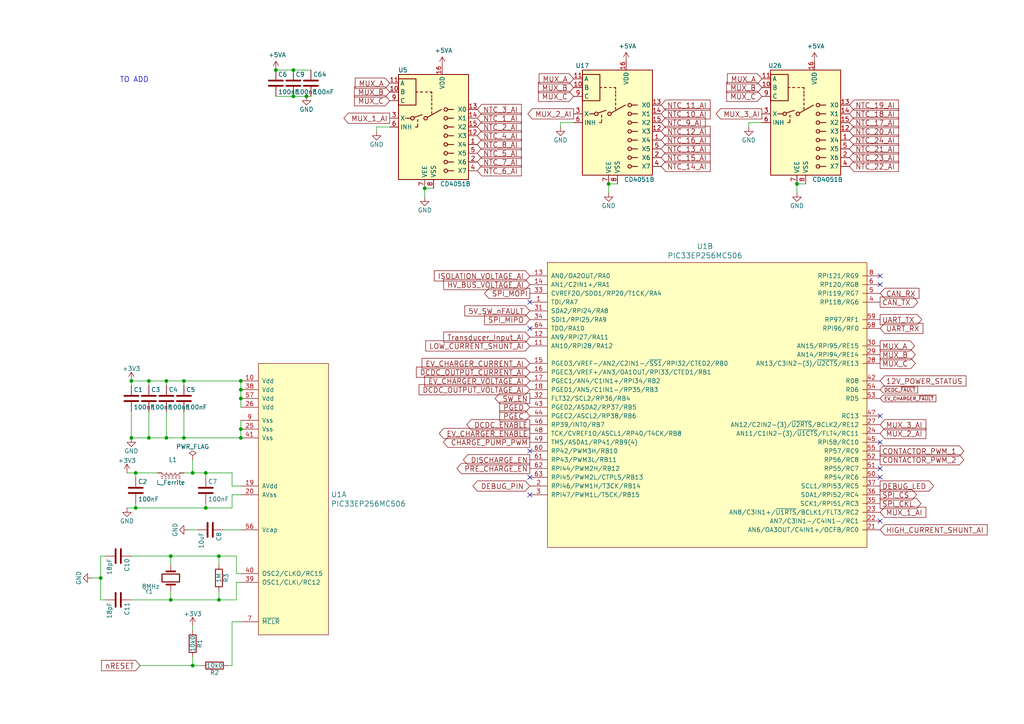
<source format=kicad_sch>
(kicad_sch (version 20211123) (generator eeschema)
  (paper "A4")
  (lib_symbols
    (symbol "Analog_Switch:CD4051B"
      (property "Reference" "U" (at -10.16 16.51 0))
      (property "Value" "CD4051B" (at 3.81 16.51 0))
      (symbol "CD4051B_0_1"
        (rectangle (start -10.16 6.35) (end -5.08 13.97) (stroke (width 0.254)))
        (rectangle (start -10.16 15.24) (end 10.16 -15.24) (stroke (width 0.254)) (fill (type background)))
        (circle (center -6.096 2.54) (radius 0.508) (stroke (width 0.254)))
        (circle (center -2.286 2.54) (radius 0.508) (stroke (width 0.254)))
        (polyline (pts (xy -8.128 2.54) (xy -6.604 2.54)) (stroke (width 0.254)))
        (polyline (pts (xy -5.588 2.794) (xy -3.302 3.556)) (stroke (width 0.254)))
        (polyline (pts (xy -4.572 0) (xy -5.207 0)) (stroke (width 0.254)))
        (polyline (pts (xy -4.572 0.254) (xy -4.572 0.889)) (stroke (width 0.254)))
        (polyline (pts (xy -4.572 1.524) (xy -4.572 2.159)) (stroke (width 0.254)))
        (polyline (pts (xy -4.572 10.16) (xy -5.08 10.16)) (stroke (width 0.254)))
        (polyline (pts (xy -3.81 10.16) (xy -3.175 10.16)) (stroke (width 0.254)))
        (polyline (pts (xy -1.778 2.794) (xy 2.286 5.08)) (stroke (width 0.254)))
        (polyline (pts (xy -1.778 10.16) (xy -2.286 10.16)) (stroke (width 0.254)))
        (polyline (pts (xy -0.508 3.81) (xy -0.508 4.445)) (stroke (width 0.254)))
        (polyline (pts (xy -0.508 5.08) (xy -0.508 5.715)) (stroke (width 0.254)))
        (polyline (pts (xy -0.508 6.35) (xy -0.508 6.985)) (stroke (width 0.254)))
        (polyline (pts (xy -0.508 7.62) (xy -0.508 8.255)) (stroke (width 0.254)))
        (polyline (pts (xy -0.508 8.636) (xy -0.508 9.144)) (stroke (width 0.254)))
        (polyline (pts (xy -0.508 9.652) (xy -0.508 10.16)) (stroke (width 0.254)))
        (polyline (pts (xy -0.508 10.16) (xy -1.016 10.16)) (stroke (width 0.254)))
        (polyline (pts (xy 4.064 -12.7) (xy 5.842 -12.7)) (stroke (width 0.254)))
        (polyline (pts (xy 4.064 -10.16) (xy 5.842 -10.16)) (stroke (width 0.254)))
        (polyline (pts (xy 4.064 -7.62) (xy 5.842 -7.62)) (stroke (width 0.254)))
        (polyline (pts (xy 4.064 -5.08) (xy 5.842 -5.08)) (stroke (width 0.254)))
        (polyline (pts (xy 4.064 -2.54) (xy 5.842 -2.54)) (stroke (width 0.254)))
        (polyline (pts (xy 4.064 0) (xy 5.842 0)) (stroke (width 0.254)))
        (polyline (pts (xy 4.064 2.54) (xy 5.842 2.54)) (stroke (width 0.254)))
        (polyline (pts (xy 4.064 5.08) (xy 5.842 5.08)) (stroke (width 0.254)))
        (circle (center 3.556 -12.7) (radius 0.508) (stroke (width 0.254)))
        (circle (center 3.556 -10.16) (radius 0.508) (stroke (width 0.254)))
        (circle (center 3.556 -7.62) (radius 0.508) (stroke (width 0.254)))
        (circle (center 3.556 -5.08) (radius 0.508) (stroke (width 0.254)))
        (circle (center 3.556 -2.54) (radius 0.508) (stroke (width 0.254)))
        (circle (center 3.556 0) (radius 0.508) (stroke (width 0.254)))
        (circle (center 3.556 2.54) (radius 0.508) (stroke (width 0.254)))
        (circle (center 3.556 5.08) (radius 0.508) (stroke (width 0.254)))
      )
      (symbol "CD4051B_1_1"
        (pin bidirectional line (at 12.7 -5.08 180) (length 2.54) (name "X4") (number "1"))
        (pin input line (at -12.7 10.16 0) (length 2.54) (name "B") (number "10"))
        (pin input line (at -12.7 12.7 0) (length 2.54) (name "A") (number "11"))
        (pin bidirectional line (at 12.7 -2.54 180) (length 2.54) (name "X3") (number "12"))
        (pin bidirectional line (at 12.7 5.08 180) (length 2.54) (name "X0") (number "13"))
        (pin bidirectional line (at 12.7 2.54 180) (length 2.54) (name "X1") (number "14"))
        (pin bidirectional line (at 12.7 0 180) (length 2.54) (name "X2") (number "15"))
        (pin power_in line (at 2.54 17.78 270) (length 2.54) (name "VDD") (number "16"))
        (pin bidirectional line (at 12.7 -10.16 180) (length 2.54) (name "X6") (number "2"))
        (pin bidirectional line (at -12.7 2.54 0) (length 2.54) (name "X") (number "3"))
        (pin bidirectional line (at 12.7 -12.7 180) (length 2.54) (name "X7") (number "4"))
        (pin bidirectional line (at 12.7 -7.62 180) (length 2.54) (name "X5") (number "5"))
        (pin input line (at -12.7 0 0) (length 2.54) (name "INH") (number "6"))
        (pin power_in line (at -2.54 -17.78 90) (length 2.54) (name "VEE") (number "7"))
        (pin power_in line (at 0 -17.78 90) (length 2.54) (name "VSS") (number "8"))
        (pin input line (at -12.7 7.62 0) (length 2.54) (name "C") (number "9"))
      )
    )
    (symbol "Device:C" (pin_numbers hide) (pin_names (offset 0.254))
      (property "Reference" "C" (at 0.635 2.54 0))
      (property "Value" "C" (at 0.635 -2.54 0))
      (symbol "C_0_1"
        (polyline (pts (xy -2.032 -0.762) (xy 2.032 -0.762)) (stroke (width 0.508)))
        (polyline (pts (xy -2.032 0.762) (xy 2.032 0.762)) (stroke (width 0.508)))
      )
      (symbol "C_1_1"
        (pin passive line (at 0 3.81 270) (length 2.794) (name "~") (number "1"))
        (pin passive line (at 0 -3.81 90) (length 2.794) (name "~") (number "2"))
      )
    )
    (symbol "Device:Crystal" (pin_numbers hide) (pin_names (offset 1.016) hide)
      (property "Reference" "Y" (at 0 3.81 0))
      (property "Value" "Crystal" (at 0 -3.81 0))
      (symbol "Crystal_0_1"
        (rectangle (start -1.143 2.54) (end 1.143 -2.54) (stroke (width 0.3048)))
        (polyline (pts (xy -2.54 0) (xy -1.905 0)))
        (polyline (pts (xy -1.905 -1.27) (xy -1.905 1.27)) (stroke (width 0.508)))
        (polyline (pts (xy 1.905 -1.27) (xy 1.905 1.27)) (stroke (width 0.508)))
        (polyline (pts (xy 2.54 0) (xy 1.905 0)))
      )
      (symbol "Crystal_1_1"
        (pin passive line (at -3.81 0 0) (length 1.27) (name "1") (number "1"))
        (pin passive line (at 3.81 0 180) (length 1.27) (name "2") (number "2"))
      )
    )
    (symbol "Device:L_Ferrite" (pin_numbers hide) (pin_names (offset 1.016) hide)
      (property "Reference" "L" (at -1.27 0 90))
      (property "Value" "L_Ferrite" (at 2.794 0 90))
      (symbol "L_Ferrite_0_1"
        (arc (start 0 -2.54) (mid 0.635 -1.905) (end 0 -1.27))
        (arc (start 0 -1.27) (mid 0.635 -0.635) (end 0 0))
        (polyline (pts (xy 1.016 -2.794) (xy 1.016 -2.286)))
        (polyline (pts (xy 1.016 -1.778) (xy 1.016 -1.27)))
        (polyline (pts (xy 1.016 -0.762) (xy 1.016 -0.254)))
        (polyline (pts (xy 1.016 0.254) (xy 1.016 0.762)))
        (polyline (pts (xy 1.016 1.27) (xy 1.016 1.778)))
        (polyline (pts (xy 1.016 2.286) (xy 1.016 2.794)))
        (polyline (pts (xy 1.524 -2.286) (xy 1.524 -2.794)))
        (polyline (pts (xy 1.524 -1.27) (xy 1.524 -1.778)))
        (polyline (pts (xy 1.524 -0.254) (xy 1.524 -0.762)))
        (polyline (pts (xy 1.524 0.762) (xy 1.524 0.254)))
        (polyline (pts (xy 1.524 1.778) (xy 1.524 1.27)))
        (polyline (pts (xy 1.524 2.794) (xy 1.524 2.286)))
        (arc (start 0 0) (mid 0.635 0.635) (end 0 1.27))
        (arc (start 0 1.27) (mid 0.635 1.905) (end 0 2.54))
      )
      (symbol "L_Ferrite_1_1"
        (pin passive line (at 0 3.81 270) (length 1.27) (name "1") (number "1"))
        (pin passive line (at 0 -3.81 90) (length 1.27) (name "2") (number "2"))
      )
    )
    (symbol "Device:R" (pin_numbers hide) (pin_names (offset 0))
      (property "Reference" "R" (at 2.032 0 90))
      (property "Value" "R" (at 0 0 90))
      (symbol "R_0_1"
        (rectangle (start -1.016 -2.54) (end 1.016 2.54) (stroke (width 0.254)))
      )
      (symbol "R_1_1"
        (pin passive line (at 0 3.81 270) (length 1.27) (name "~") (number "1"))
        (pin passive line (at 0 -3.81 90) (length 1.27) (name "~") (number "2"))
      )
    )
    (symbol "micros:PIC33EP256MC506" (pin_names (offset 1.016))
      (property "Reference" "U" (at 33.02 -33.02 0))
      (property "Value" "PIC33EP256MC506" (at 17.78 -33.02 0))
      (symbol "PIC33EP256MC506_1_1"
        (rectangle (start 7.62 46.99) (end 27.94 -31.75) (fill (type background)))
        (pin power_in line (at 2.54 41.91 0) (length 5.08) (name "Vdd") (number "10"))
        (pin power_in line (at 2.54 11.43 0) (length 5.08) (name "AVdd") (number "19"))
        (pin power_in line (at 2.54 8.89 0) (length 5.08) (name "AVss") (number "20"))
        (pin power_in line (at 2.54 27.94 0) (length 5.08) (name "Vss") (number "25"))
        (pin power_in line (at 2.54 34.29 0) (length 5.08) (name "Vdd") (number "26"))
        (pin power_in line (at 2.54 39.37 0) (length 5.08) (name "Vdd") (number "38"))
        (pin bidirectional line (at 2.54 -16.51 0) (length 5.08) (name "OSC1/CLKI/RC12") (number "39"))
        (pin bidirectional line (at 2.54 -13.97 0) (length 5.08) (name "OSC2/CLKO/RC15") (number "40"))
        (pin power_in line (at 2.54 25.4 0) (length 5.08) (name "Vss") (number "41"))
        (pin input line (at 2.54 -1.27 0) (length 5.08) (name "Vcap") (number "56"))
        (pin power_in line (at 2.54 36.83 0) (length 5.08) (name "Vdd") (number "57"))
        (pin input line (at 2.54 -27.94 0) (length 5.08) (name "~{MCLR}") (number "7"))
        (pin power_in line (at 2.54 30.48 0) (length 5.08) (name "Vss") (number "9"))
      )
      (symbol "PIC33EP256MC506_2_1"
        (rectangle (start -30.48 50.8) (end 62.23 -31.75) (fill (type background)))
        (pin bidirectional line (at -35.56 39.37 0) (length 5.08) (name "TDI/RA7") (number "1"))
        (pin bidirectional line (at -35.56 26.67 0) (length 5.08) (name "AN10/RPI28/RA12") (number "11"))
        (pin bidirectional line (at -35.56 29.21 0) (length 5.08) (name "AN9/RPI27/RA11") (number "12"))
        (pin bidirectional line (at -35.56 46.99 0) (length 5.08) (name "AN0/OA2OUT/RA0") (number "13"))
        (pin bidirectional line (at -35.56 44.45 0) (length 5.08) (name "AN1/C2IN1+/RA1") (number "14"))
        (pin bidirectional line (at -35.56 21.59 0) (length 5.08) (name "PGED3/VREF-/AN2/C2IN1-/~{SS1}/RPI32/CTED2/RB0") (number "15"))
        (pin bidirectional line (at -35.56 19.05 0) (length 5.08) (name "PGEC3/VREF+/AN3/OA1OUT/RPI33/CTED1/RB1") (number "16"))
        (pin bidirectional line (at -35.56 16.51 0) (length 5.08) (name "PGEC1/AN4/C1IN1+/RPI34/RB2") (number "17"))
        (pin bidirectional line (at -35.56 13.97 0) (length 5.08) (name "PGED1/AN5/C1IN1-/RP35/RB3") (number "18"))
        (pin bidirectional line (at -35.56 -13.97 0) (length 5.08) (name "RPI46/PWM1H/T3CK/RB14") (number "2"))
        (pin bidirectional line (at 66.04 -26.67 180) (length 5.08) (name "AN6/OA3OUT/C4IN1+/OCFB/RC0") (number "21"))
        (pin bidirectional line (at 66.04 -24.13 180) (length 5.08) (name "AN7/C3IN1-/C4IN1-/RC1") (number "22"))
        (pin bidirectional line (at 66.04 -21.59 180) (length 5.08) (name "AN8/C3IN1+/~{U1RTS}/BCLK1/FLT3/RC2") (number "23"))
        (pin bidirectional line (at 66.04 1.27 180) (length 5.08) (name "AN11/C1IN2-(3)/~{U1CTS}/FLT4/RC11") (number "24"))
        (pin bidirectional line (at 66.04 3.81 180) (length 5.08) (name "AN12/C2IN2-(3)/~{U2RTS}/BCLK2/RE12") (number "27"))
        (pin bidirectional line (at 66.04 21.59 180) (length 5.08) (name "AN13/C3IN2-(3)/~{U2CTS}/RE13") (number "28"))
        (pin bidirectional line (at 66.04 24.13 180) (length 5.08) (name "AN14/RPI94/RE14") (number "29"))
        (pin bidirectional line (at -35.56 -16.51 0) (length 5.08) (name "RPI47/PWM1L/T5CK/RB15") (number "3"))
        (pin bidirectional line (at 66.04 26.67 180) (length 5.08) (name "AN15/RPI95/RE15") (number "30"))
        (pin bidirectional line (at -35.56 36.83 0) (length 5.08) (name "SDA2/RPI24/RA8") (number "31"))
        (pin bidirectional line (at -35.56 11.43 0) (length 5.08) (name "FLT32/SCL2/RP36/RB4") (number "32"))
        (pin bidirectional line (at -35.56 41.91 0) (length 5.08) (name "CVREF2O/SDO1/RP20/T1CK/RA4") (number "33"))
        (pin bidirectional line (at -35.56 34.29 0) (length 5.08) (name "SDI1/RPI25/RA9") (number "34"))
        (pin bidirectional line (at 66.04 -19.05 180) (length 5.08) (name "SCK1/RPI51/RC3") (number "35"))
        (pin bidirectional line (at 66.04 -16.51 180) (length 5.08) (name "SDA1/RPI52/RC4") (number "36"))
        (pin bidirectional line (at 66.04 -13.97 180) (length 5.08) (name "SCL1/RPI53/RC5") (number "37"))
        (pin bidirectional line (at 66.04 39.37 180) (length 5.08) (name "RP118/RG6") (number "4"))
        (pin bidirectional line (at 66.04 16.51 180) (length 5.08) (name "RD8") (number "42"))
        (pin bidirectional line (at -35.56 8.89 0) (length 5.08) (name "PGED2/ASDA2/RP37/RB5") (number "43"))
        (pin bidirectional line (at -35.56 6.35 0) (length 5.08) (name "PGEC2/ASCL2/RP38/RB6") (number "44"))
        (pin bidirectional line (at 66.04 -1.27 180) (length 5.08) (name "RPI58/RC10") (number "45"))
        (pin bidirectional line (at -35.56 3.81 0) (length 5.08) (name "RP39/INT0/RB7") (number "46"))
        (pin bidirectional line (at 66.04 6.35 180) (length 5.08) (name "RC13") (number "47"))
        (pin bidirectional line (at -35.56 1.27 0) (length 5.08) (name "TCK/CVREF1O/ASCL1/RP40/T4CK/RB8") (number "48"))
        (pin bidirectional line (at -35.56 -1.27 0) (length 5.08) (name "TMS/ASDA1/RP41/RB9(4)") (number "49"))
        (pin bidirectional line (at 66.04 41.91 180) (length 5.08) (name "RPI119/RG7") (number "5"))
        (pin bidirectional line (at 66.04 -11.43 180) (length 5.08) (name "RP54/RC6") (number "50"))
        (pin bidirectional line (at 66.04 -8.89 180) (length 5.08) (name "RP55/RC7") (number "51"))
        (pin bidirectional line (at 66.04 -6.35 180) (length 5.08) (name "RP56/RC8") (number "52"))
        (pin bidirectional line (at 66.04 11.43 180) (length 5.08) (name "RD5") (number "53"))
        (pin bidirectional line (at 66.04 13.97 180) (length 5.08) (name "RD6") (number "54"))
        (pin bidirectional line (at 66.04 -3.81 180) (length 5.08) (name "RP57/RC9") (number "55"))
        (pin bidirectional line (at 66.04 31.75 180) (length 5.08) (name "RPI96/RF0") (number "58"))
        (pin bidirectional line (at 66.04 34.29 180) (length 5.08) (name "RP97/RF1") (number "59"))
        (pin bidirectional line (at 66.04 44.45 180) (length 5.08) (name "RP120/RG8") (number "6"))
        (pin bidirectional line (at -35.56 -3.81 0) (length 5.08) (name "RP42/PWM3H/RB10") (number "60"))
        (pin bidirectional line (at -35.56 -6.35 0) (length 5.08) (name "RP43/PWM3L/RB11") (number "61"))
        (pin bidirectional line (at -35.56 -8.89 0) (length 5.08) (name "RPI44/PWM2H/RB12") (number "62"))
        (pin bidirectional line (at -35.56 -11.43 0) (length 5.08) (name "RPI45/PWM2L/CTPLS/RB13") (number "63"))
        (pin bidirectional line (at -35.56 31.75 0) (length 5.08) (name "TDO/RA10") (number "64"))
        (pin bidirectional line (at 66.04 46.99 180) (length 5.08) (name "RPI121/RG9") (number "8"))
      )
    )
    (symbol "power:+3V3" (power) (pin_names (offset 0))
      (property "Value" "+3V3" (at 0 3.556 0))
      (symbol "+3V3_0_1"
        (polyline (pts (xy -0.762 1.27) (xy 0 2.54)))
        (polyline (pts (xy 0 0) (xy 0 2.54)))
        (polyline (pts (xy 0 2.54) (xy 0.762 1.27)))
      )
      (symbol "+3V3_1_1"
        (pin power_in line (at 0 0 90) (length 0) hide (name "+3V3") (number "1"))
      )
    )
    (symbol "power:+5VA" (power) (pin_names (offset 0))
      (property "Value" "+5VA" (at 0 3.556 0))
      (symbol "+5VA_0_1"
        (polyline (pts (xy -0.762 1.27) (xy 0 2.54)))
        (polyline (pts (xy 0 0) (xy 0 2.54)))
        (polyline (pts (xy 0 2.54) (xy 0.762 1.27)))
      )
      (symbol "+5VA_1_1"
        (pin power_in line (at 0 0 90) (length 0) hide (name "+5VA") (number "1"))
      )
    )
    (symbol "power:GND" (power) (pin_names (offset 0))
      (property "Value" "GND" (at 0 -3.81 0))
      (symbol "GND_0_1"
        (polyline (pts (xy 0 0) (xy 0 -1.27) (xy 1.27 -1.27) (xy 0 -2.54) (xy -1.27 -1.27) (xy 0 -1.27)))
      )
      (symbol "GND_1_1"
        (pin power_in line (at 0 0 270) (length 0) hide (name "GND") (number "1"))
      )
    )
    (symbol "power:PWR_FLAG" (power) (pin_numbers hide) (pin_names (offset 0) hide)
      (property "Value" "PWR_FLAG" (at 0 3.81 0))
      (symbol "PWR_FLAG_0_0"
        (pin power_out line (at 0 0 90) (length 0) (name "pwr") (number "1"))
      )
      (symbol "PWR_FLAG_0_1"
        (polyline (pts (xy 0 0) (xy 0 1.27) (xy -1.016 1.905) (xy 0 2.54) (xy 1.016 1.905) (xy 0 1.27)))
      )
    )
  )
  (junction (at 88.9 27.94))
  (junction (at 85.09 20.32))
  (junction (at 39.37 147.32))
  (junction (at 48.26 127))
  (junction (at 39.37 137.16))
  (junction (at 63.5 161.29))
  (junction (at 49.53 161.29))
  (junction (at 38.1 127))
  (junction (at 69.85 124.46))
  (junction (at 53.34 110.49))
  (junction (at 29.21 167.64))
  (junction (at 49.53 173.99))
  (junction (at 176.53 53.34))
  (junction (at 85.09 27.94))
  (junction (at 38.1 110.49))
  (junction (at 43.18 127))
  (junction (at 59.69 147.32))
  (junction (at 69.85 113.03))
  (junction (at 55.88 137.16))
  (junction (at 231.14 53.34))
  (junction (at 48.26 110.49))
  (junction (at 69.85 127))
  (junction (at 69.85 115.57))
  (junction (at 63.5 173.99))
  (junction (at 43.18 110.49))
  (junction (at 123.19 54.61))
  (junction (at 59.69 137.16))
  (junction (at 80.01 20.32))
  (junction (at 53.34 127))
  (junction (at 55.88 193.04))
  (junction (at 69.85 110.49))
  (no_connect (at 153.67 138.43))
  (no_connect (at 255.27 120.65))
  (no_connect (at 255.27 128.27))
  (no_connect (at 255.27 138.43))
  (no_connect (at 153.67 87.63))
  (no_connect (at 255.27 135.89))
  (no_connect (at 255.27 82.55))
  (no_connect (at 153.67 130.81))
  (no_connect (at 153.67 95.25))
  (no_connect (at 255.27 80.01))
  (no_connect (at 153.67 143.51))
  (no_connect (at 255.27 151.13))
  (wire (pts (xy 231.14 53.34) (xy 231.14 55.88)))
  (wire (pts (xy 48.26 110.49) (xy 53.34 110.49)))
  (wire (pts (xy 69.85 115.57) (xy 69.85 118.11)))
  (wire (pts (xy 67.31 143.51) (xy 69.85 143.51)))
  (wire (pts (xy 63.5 173.99) (xy 49.53 173.99)))
  (wire (pts (xy 36.83 147.32) (xy 39.37 147.32)))
  (wire (pts (xy 68.58 173.99) (xy 68.58 168.91)))
  (wire (pts (xy 69.85 127) (xy 69.85 124.46)))
  (wire (pts (xy 59.69 146.05) (xy 59.69 147.32)))
  (wire (pts (xy 40.64 193.04) (xy 55.88 193.04)))
  (wire (pts (xy 38.1 127) (xy 43.18 127)))
  (wire (pts (xy 67.31 140.97) (xy 69.85 140.97)))
  (wire (pts (xy 49.53 171.45) (xy 49.53 173.99)))
  (wire (pts (xy 68.58 168.91) (xy 69.85 168.91)))
  (wire (pts (xy 80.01 27.94) (xy 85.09 27.94)))
  (wire (pts (xy 233.68 53.34) (xy 231.14 53.34)))
  (wire (pts (xy 53.34 110.49) (xy 69.85 110.49)))
  (wire (pts (xy 43.18 127) (xy 48.26 127)))
  (wire (pts (xy 29.21 167.64) (xy 29.21 173.99)))
  (wire (pts (xy 63.5 163.83) (xy 63.5 161.29)))
  (wire (pts (xy 38.1 119.38) (xy 38.1 127)))
  (wire (pts (xy 176.53 53.34) (xy 176.53 55.88)))
  (wire (pts (xy 53.34 127) (xy 69.85 127)))
  (wire (pts (xy 166.37 35.56) (xy 162.56 35.56)))
  (wire (pts (xy 90.17 20.32) (xy 85.09 20.32)))
  (wire (pts (xy 38.1 110.49) (xy 43.18 110.49)))
  (wire (pts (xy 88.9 27.94) (xy 90.17 27.94)))
  (wire (pts (xy 68.58 173.99) (xy 63.5 173.99)))
  (wire (pts (xy 68.58 166.37) (xy 69.85 166.37)))
  (wire (pts (xy 67.31 193.04) (xy 66.04 193.04)))
  (wire (pts (xy 29.21 161.29) (xy 30.48 161.29)))
  (wire (pts (xy 109.22 36.83) (xy 109.22 38.1)))
  (wire (pts (xy 67.31 180.34) (xy 67.31 193.04)))
  (wire (pts (xy 43.18 110.49) (xy 48.26 110.49)))
  (wire (pts (xy 69.85 110.49) (xy 69.85 113.03)))
  (wire (pts (xy 48.26 127) (xy 53.34 127)))
  (wire (pts (xy 68.58 161.29) (xy 63.5 161.29)))
  (wire (pts (xy 26.67 167.64) (xy 29.21 167.64)))
  (wire (pts (xy 48.26 119.38) (xy 48.26 127)))
  (wire (pts (xy 68.58 161.29) (xy 68.58 166.37)))
  (wire (pts (xy 179.07 53.34) (xy 176.53 53.34)))
  (wire (pts (xy 63.5 171.45) (xy 63.5 173.99)))
  (wire (pts (xy 123.19 54.61) (xy 123.19 57.15)))
  (wire (pts (xy 36.83 137.16) (xy 39.37 137.16)))
  (wire (pts (xy 85.09 27.94) (xy 88.9 27.94)))
  (wire (pts (xy 85.09 20.32) (xy 80.01 20.32)))
  (wire (pts (xy 55.88 133.35) (xy 55.88 137.16)))
  (wire (pts (xy 53.34 119.38) (xy 53.34 127)))
  (wire (pts (xy 69.85 180.34) (xy 67.31 180.34)))
  (wire (pts (xy 59.69 147.32) (xy 67.31 147.32)))
  (wire (pts (xy 113.03 36.83) (xy 109.22 36.83)))
  (wire (pts (xy 64.77 153.67) (xy 69.85 153.67)))
  (wire (pts (xy 69.85 113.03) (xy 69.85 115.57)))
  (wire (pts (xy 63.5 161.29) (xy 49.53 161.29)))
  (wire (pts (xy 59.69 137.16) (xy 67.31 137.16)))
  (wire (pts (xy 67.31 147.32) (xy 67.31 143.51)))
  (wire (pts (xy 55.88 193.04) (xy 58.42 193.04)))
  (wire (pts (xy 39.37 147.32) (xy 59.69 147.32)))
  (wire (pts (xy 49.53 161.29) (xy 38.1 161.29)))
  (wire (pts (xy 29.21 161.29) (xy 29.21 167.64)))
  (wire (pts (xy 57.15 153.67) (xy 54.61 153.67)))
  (wire (pts (xy 59.69 138.43) (xy 59.69 137.16)))
  (wire (pts (xy 217.17 35.56) (xy 217.17 36.83)))
  (wire (pts (xy 55.88 181.61) (xy 55.88 182.88)))
  (wire (pts (xy 55.88 193.04) (xy 55.88 190.5)))
  (wire (pts (xy 39.37 137.16) (xy 45.72 137.16)))
  (wire (pts (xy 49.53 163.83) (xy 49.53 161.29)))
  (wire (pts (xy 162.56 35.56) (xy 162.56 36.83)))
  (wire (pts (xy 69.85 124.46) (xy 69.85 121.92)))
  (wire (pts (xy 38.1 110.49) (xy 38.1 111.76)))
  (wire (pts (xy 217.17 35.56) (xy 220.98 35.56)))
  (wire (pts (xy 39.37 147.32) (xy 39.37 146.05)))
  (wire (pts (xy 67.31 137.16) (xy 67.31 140.97)))
  (wire (pts (xy 49.53 173.99) (xy 38.1 173.99)))
  (wire (pts (xy 48.26 111.76) (xy 48.26 110.49)))
  (wire (pts (xy 53.34 111.76) (xy 53.34 110.49)))
  (wire (pts (xy 125.73 54.61) (xy 123.19 54.61)))
  (wire (pts (xy 55.88 137.16) (xy 59.69 137.16)))
  (wire (pts (xy 43.18 111.76) (xy 43.18 110.49)))
  (wire (pts (xy 29.21 173.99) (xy 30.48 173.99)))
  (wire (pts (xy 43.18 119.38) (xy 43.18 127)))
  (wire (pts (xy 39.37 138.43) (xy 39.37 137.16)))
  (wire (pts (xy 53.34 137.16) (xy 55.88 137.16)))
  (text "TO ADD" (at 43.18 24.13 180) (effects (font (size 1.524 1.524)) (justify right bottom)))
  (global_label "NTC_11_AI" (shape input) (at 191.77 30.48 0) (effects (font (size 1.4986 1.4986))) (property "Intersheet References" "${INTERSHEET_REFS}" (effects hide)))
  (global_label "PRE_CHARGE_EN" (shape output) (at 153.67 135.89 180) (effects (font (size 1.4986 1.4986))) (property "Intersheet References" "${INTERSHEET_REFS}" (effects hide)))
  (global_label "NTC_8_AI" (shape input) (at 138.43 41.91 0) (effects (font (size 1.4986 1.4986))) (property "Intersheet References" "${INTERSHEET_REFS}" (effects hide)))
  (global_label "DCDC_OUTPUT_VOLTAGE_AI" (shape input) (at 153.67 113.03 180) (effects (font (size 1.4986 1.4986))) (property "Intersheet References" "${INTERSHEET_REFS}" (effects hide)))
  (global_label "NTC_24_AI" (shape input) (at 246.38 40.64 0) (effects (font (size 1.4986 1.4986))) (property "Intersheet References" "${INTERSHEET_REFS}" (effects hide)))
  (global_label "CAN_RX" (shape input) (at 255.27 85.09 0) (effects (font (size 1.4986 1.4986))) (property "Intersheet References" "${INTERSHEET_REFS}" (effects hide)))
  (global_label "HV_BUS_VOLTAGE_AI" (shape input) (at 153.67 82.55 180) (effects (font (size 1.4986 1.4986))) (property "Intersheet References" "${INTERSHEET_REFS}" (effects hide)))
  (global_label "MUX_B" (shape input) (at 166.37 25.4 180) (effects (font (size 1.4986 1.4986))) (property "Intersheet References" "${INTERSHEET_REFS}" (effects hide)))
  (global_label "NTC_23_AI" (shape input) (at 246.38 45.72 0) (effects (font (size 1.4986 1.4986))) (property "Intersheet References" "${INTERSHEET_REFS}" (effects hide)))
  (global_label "NTC_20_AI" (shape input) (at 246.38 38.1 0) (effects (font (size 1.4986 1.4986))) (property "Intersheet References" "${INTERSHEET_REFS}" (effects hide)))
  (global_label "nRESET" (shape input) (at 40.64 193.04 180) (effects (font (size 1.524 1.524))) (property "Intersheet References" "${INTERSHEET_REFS}" (effects hide)))
  (global_label "NTC_16_AI" (shape input) (at 191.77 40.64 0) (effects (font (size 1.4986 1.4986))) (property "Intersheet References" "${INTERSHEET_REFS}" (effects hide)))
  (global_label "MUX_A" (shape input) (at 113.03 24.13 180) (effects (font (size 1.4986 1.4986))) (property "Intersheet References" "${INTERSHEET_REFS}" (effects hide)))
  (global_label "DEBUG_PIN" (shape bidirectional) (at 153.67 140.97 180) (effects (font (size 1.4986 1.4986))) (property "Intersheet References" "${INTERSHEET_REFS}" (effects hide)))
  (global_label "MUX_C" (shape output) (at 255.27 105.41 0) (effects (font (size 1.4986 1.4986))) (property "Intersheet References" "${INTERSHEET_REFS}" (effects hide)))
  (global_label "12V_POWER_STATUS" (shape input) (at 255.27 110.49 0) (effects (font (size 1.4986 1.4986))) (property "Intersheet References" "${INTERSHEET_REFS}" (effects hide)))
  (global_label "MUX_C" (shape input) (at 113.03 29.21 180) (effects (font (size 1.4986 1.4986))) (property "Intersheet References" "${INTERSHEET_REFS}" (effects hide)))
  (global_label "MUX_3_AI" (shape input) (at 255.27 123.19 0) (effects (font (size 1.4986 1.4986))) (property "Intersheet References" "${INTERSHEET_REFS}" (effects hide)))
  (global_label "PGED" (shape input) (at 153.67 118.11 180) (effects (font (size 1.4986 1.4986))) (property "Intersheet References" "${INTERSHEET_REFS}" (effects hide)))
  (global_label "5V_SW_nFAULT" (shape input) (at 153.67 90.17 180) (effects (font (size 1.4986 1.4986))) (property "Intersheet References" "${INTERSHEET_REFS}" (effects hide)))
  (global_label "MUX_1_AI" (shape input) (at 255.27 148.59 0) (effects (font (size 1.4986 1.4986))) (property "Intersheet References" "${INTERSHEET_REFS}" (effects hide)))
  (global_label "NTC_19_AI" (shape input) (at 246.38 30.48 0) (effects (font (size 1.4986 1.4986))) (property "Intersheet References" "${INTERSHEET_REFS}" (effects hide)))
  (global_label "NTC_18_AI" (shape input) (at 246.38 33.02 0) (effects (font (size 1.4986 1.4986))) (property "Intersheet References" "${INTERSHEET_REFS}" (effects hide)))
  (global_label "NTC_9_AI" (shape input) (at 191.77 35.56 0) (effects (font (size 1.4986 1.4986))) (property "Intersheet References" "${INTERSHEET_REFS}" (effects hide)))
  (global_label "MUX_3_AI" (shape output) (at 220.98 33.02 180) (effects (font (size 1.4986 1.4986))) (property "Intersheet References" "${INTERSHEET_REFS}" (effects hide)))
  (global_label "NTC_5_AI" (shape input) (at 138.43 44.45 0) (effects (font (size 1.4986 1.4986))) (property "Intersheet References" "${INTERSHEET_REFS}" (effects hide)))
  (global_label "NTC_4_AI" (shape input) (at 138.43 39.37 0) (effects (font (size 1.4986 1.4986))) (property "Intersheet References" "${INTERSHEET_REFS}" (effects hide)))
  (global_label "DCDC_OUTPUT_CURRENT_AI" (shape input) (at 153.67 107.95 180) (effects (font (size 1.4986 1.4986))) (property "Intersheet References" "${INTERSHEET_REFS}" (effects hide)))
  (global_label "NTC_21_AI" (shape input) (at 246.38 43.18 0) (effects (font (size 1.4986 1.4986))) (property "Intersheet References" "${INTERSHEET_REFS}" (effects hide)))
  (global_label "NTC_12_AI" (shape input) (at 191.77 38.1 0) (effects (font (size 1.4986 1.4986))) (property "Intersheet References" "${INTERSHEET_REFS}" (effects hide)))
  (global_label "SPI_CS" (shape output) (at 255.27 143.51 0) (effects (font (size 1.4986 1.4986))) (property "Intersheet References" "${INTERSHEET_REFS}" (effects hide)))
  (global_label "PGEC" (shape input) (at 153.67 120.65 180) (effects (font (size 1.4986 1.4986))) (property "Intersheet References" "${INTERSHEET_REFS}" (effects hide)))
  (global_label "EV_CHARGER_~{FAULT}" (shape input) (at 255.27 115.57 0) (effects (font (size 0.9906 0.9906))) (property "Intersheet References" "${INTERSHEET_REFS}" (effects hide)))
  (global_label "NTC_1_AI" (shape input) (at 138.43 34.29 0) (effects (font (size 1.4986 1.4986))) (property "Intersheet References" "${INTERSHEET_REFS}" (effects hide)))
  (global_label "DCDC_ENABLE" (shape output) (at 153.67 123.19 180) (effects (font (size 1.4986 1.4986))) (property "Intersheet References" "${INTERSHEET_REFS}" (effects hide)))
  (global_label "SPI_MOPI" (shape output) (at 153.67 85.09 180) (effects (font (size 1.4986 1.4986))) (property "Intersheet References" "${INTERSHEET_REFS}" (effects hide)))
  (global_label "MUX_A" (shape input) (at 220.98 22.86 180) (effects (font (size 1.4986 1.4986))) (property "Intersheet References" "${INTERSHEET_REFS}" (effects hide)))
  (global_label "HIGH_CURRENT_SHUNT_AI" (shape input) (at 255.27 153.67 0) (effects (font (size 1.4986 1.4986))) (property "Intersheet References" "${INTERSHEET_REFS}" (effects hide)))
  (global_label "SPI_CKL" (shape output) (at 255.27 146.05 0) (effects (font (size 1.4986 1.4986))) (property "Intersheet References" "${INTERSHEET_REFS}" (effects hide)))
  (global_label "MUX_2_AI" (shape input) (at 255.27 125.73 0) (effects (font (size 1.4986 1.4986))) (property "Intersheet References" "${INTERSHEET_REFS}" (effects hide)))
  (global_label "EV_CHARGER_VOLTAGE_AI" (shape input) (at 153.67 110.49 180) (effects (font (size 1.4986 1.4986))) (property "Intersheet References" "${INTERSHEET_REFS}" (effects hide)))
  (global_label "CONTACTOR_PWM_2" (shape output) (at 255.27 133.35 0) (effects (font (size 1.4986 1.4986))) (property "Intersheet References" "${INTERSHEET_REFS}" (effects hide)))
  (global_label "MUX_C" (shape input) (at 220.98 27.94 180) (effects (font (size 1.4986 1.4986))) (property "Intersheet References" "${INTERSHEET_REFS}" (effects hide)))
  (global_label "MUX_C" (shape input) (at 166.37 27.94 180) (effects (font (size 1.4986 1.4986))) (property "Intersheet References" "${INTERSHEET_REFS}" (effects hide)))
  (global_label "MUX_1_AI" (shape output) (at 113.03 34.29 180) (effects (font (size 1.4986 1.4986))) (property "Intersheet References" "${INTERSHEET_REFS}" (effects hide)))
  (global_label "LOW_CURRENT_SHUNT_AI" (shape input) (at 153.67 100.33 180) (effects (font (size 1.4986 1.4986))) (property "Intersheet References" "${INTERSHEET_REFS}" (effects hide)))
  (global_label "MUX_2_AI" (shape output) (at 166.37 33.02 180) (effects (font (size 1.4986 1.4986))) (property "Intersheet References" "${INTERSHEET_REFS}" (effects hide)))
  (global_label "SPI_MIPO" (shape input) (at 153.67 92.71 180) (effects (font (size 1.4986 1.4986))) (property "Intersheet References" "${INTERSHEET_REFS}" (effects hide)))
  (global_label "MUX_B" (shape input) (at 220.98 25.4 180) (effects (font (size 1.4986 1.4986))) (property "Intersheet References" "${INTERSHEET_REFS}" (effects hide)))
  (global_label "NTC_7_AI" (shape input) (at 138.43 46.99 0) (effects (font (size 1.4986 1.4986))) (property "Intersheet References" "${INTERSHEET_REFS}" (effects hide)))
  (global_label "MUX_B" (shape input) (at 113.03 26.67 180) (effects (font (size 1.4986 1.4986))) (property "Intersheet References" "${INTERSHEET_REFS}" (effects hide)))
  (global_label "NTC_13_AI" (shape input) (at 191.77 43.18 0) (effects (font (size 1.4986 1.4986))) (property "Intersheet References" "${INTERSHEET_REFS}" (effects hide)))
  (global_label "SW_EN" (shape output) (at 153.67 115.57 180) (effects (font (size 1.4986 1.4986))) (property "Intersheet References" "${INTERSHEET_REFS}" (effects hide)))
  (global_label "Transducer_Input_AI" (shape input) (at 153.67 97.79 180) (effects (font (size 1.4986 1.4986))) (property "Intersheet References" "${INTERSHEET_REFS}" (effects hide)))
  (global_label "NTC_6_AI" (shape input) (at 138.43 49.53 0) (effects (font (size 1.4986 1.4986))) (property "Intersheet References" "${INTERSHEET_REFS}" (effects hide)))
  (global_label "DEBUG_LED" (shape output) (at 255.27 140.97 0) (effects (font (size 1.4986 1.4986))) (property "Intersheet References" "${INTERSHEET_REFS}" (effects hide)))
  (global_label "NTC_2_AI" (shape input) (at 138.43 36.83 0) (effects (font (size 1.4986 1.4986))) (property "Intersheet References" "${INTERSHEET_REFS}" (effects hide)))
  (global_label "MUX_A" (shape input) (at 166.37 22.86 180) (effects (font (size 1.4986 1.4986))) (property "Intersheet References" "${INTERSHEET_REFS}" (effects hide)))
  (global_label "UART_RX" (shape input) (at 255.27 95.25 0) (effects (font (size 1.4986 1.4986))) (property "Intersheet References" "${INTERSHEET_REFS}" (effects hide)))
  (global_label "NTC_10_AI" (shape input) (at 191.77 33.02 0) (effects (font (size 1.4986 1.4986))) (property "Intersheet References" "${INTERSHEET_REFS}" (effects hide)))
  (global_label "NTC_15_AI" (shape input) (at 191.77 45.72 0) (effects (font (size 1.4986 1.4986))) (property "Intersheet References" "${INTERSHEET_REFS}" (effects hide)))
  (global_label "NTC_14_AI" (shape input) (at 191.77 48.26 0) (effects (font (size 1.4986 1.4986))) (property "Intersheet References" "${INTERSHEET_REFS}" (effects hide)))
  (global_label "ISOLATION_VOLTAGE_AI" (shape input) (at 153.67 80.01 180) (effects (font (size 1.4986 1.4986))) (property "Intersheet References" "${INTERSHEET_REFS}" (effects hide)))
  (global_label "UART_TX" (shape output) (at 255.27 92.71 0) (effects (font (size 1.4986 1.4986))) (property "Intersheet References" "${INTERSHEET_REFS}" (effects hide)))
  (global_label "EV_CHARGER_CURRENT_AI" (shape input) (at 153.67 105.41 180) (effects (font (size 1.4986 1.4986))) (property "Intersheet References" "${INTERSHEET_REFS}" (effects hide)))
  (global_label "MUX_B" (shape output) (at 255.27 102.87 0) (effects (font (size 1.4986 1.4986))) (property "Intersheet References" "${INTERSHEET_REFS}" (effects hide)))
  (global_label "CAN_TX" (shape output) (at 255.27 87.63 0) (effects (font (size 1.4986 1.4986))) (property "Intersheet References" "${INTERSHEET_REFS}" (effects hide)))
  (global_label "EV_CHARGER_ENABLE" (shape output) (at 153.67 125.73 180) (effects (font (size 1.4986 1.4986))) (property "Intersheet References" "${INTERSHEET_REFS}" (effects hide)))
  (global_label "CHARGE_PUMP_PWM" (shape output) (at 153.67 128.27 180) (effects (font (size 1.4986 1.4986))) (property "Intersheet References" "${INTERSHEET_REFS}" (effects hide)))
  (global_label "NTC_3_AI" (shape input) (at 138.43 31.75 0) (effects (font (size 1.4986 1.4986))) (property "Intersheet References" "${INTERSHEET_REFS}" (effects hide)))
  (global_label "NTC_17_AI" (shape input) (at 246.38 35.56 0) (effects (font (size 1.4986 1.4986))) (property "Intersheet References" "${INTERSHEET_REFS}" (effects hide)))
  (global_label "NTC_22_AI" (shape input) (at 246.38 48.26 0) (effects (font (size 1.4986 1.4986))) (property "Intersheet References" "${INTERSHEET_REFS}" (effects hide)))
  (global_label "DISCHARGE_EN" (shape output) (at 153.67 133.35 180) (effects (font (size 1.4986 1.4986))) (property "Intersheet References" "${INTERSHEET_REFS}" (effects hide)))
  (global_label "DCDC_~{FAULT}" (shape input) (at 255.27 113.03 0) (effects (font (size 0.9906 0.9906))) (property "Intersheet References" "${INTERSHEET_REFS}" (effects hide)))
  (global_label "CONTACTOR_PWM_1" (shape output) (at 255.27 130.81 0) (effects (font (size 1.4986 1.4986))) (property "Intersheet References" "${INTERSHEET_REFS}" (effects hide)))
  (global_label "MUX_A" (shape output) (at 255.27 100.33 0) (effects (font (size 1.4986 1.4986))) (property "Intersheet References" "${INTERSHEET_REFS}" (effects hide)))
  (symbol (lib_id "Device:C") (at 60.96 153.67 270) (unit 1)
    (property "Reference" "C8" (at 63.5 154.305 0) (effects (justify left)))
    (property "Value" "10uF" (at 58.42 154.305 0) (effects (justify left)))
    (property "Footprint" "Capacitor_SMD:C_1206_3216Metric" (effects hide))
    (property "DNP" " " (effects hide))
    (property "MPN" "CL31B106KOHVPNE" (effects hide))
    (property "Voltage" "50V" (effects hide))
    (property "Part Number" "CL31B106KOHVPNE" (effects hide))
    (property "Digikey_PN" "1276-6797-1-ND" (effects hide))
  )
  (symbol (lib_id "Device:L_Ferrite") (at 49.53 137.16 270) (unit 1)
    (property "Reference" "L1" (at 50.165 133.35 90))
    (property "Value" "L_Ferrite" (at 49.53 139.954 90))
    (property "Footprint" "Inductor_SMD:L_0603_1608Metric" (effects hide))
    (property "Datasheet" "https://www.we-online.com/katalog/datasheet/742792609.pdf" (effects hide))
    (property "DNP" " " (effects hide))
    (property "MPN" "742792609" (effects hide))
    (property "Part Number" "742792609" (effects hide))
    (property "Digikey_PN" "732-1591-1-ND" (effects hide))
  )
  (symbol (lib_id "power:GND") (at 36.83 147.32 0) (unit 1)
    (property "Reference" "#PWR07" (effects hide))
    (property "Value" "GND" (at 36.83 151.13 0))
  )
  (symbol (lib_id "Device:C") (at 34.29 161.29 270) (unit 1)
    (property "Reference" "C10" (at 36.83 161.925 0) (effects (justify left)))
    (property "Value" "18pF" (at 31.75 161.925 0) (effects (justify left)))
    (property "Footprint" "Capacitor_SMD:C_0603_1608Metric" (effects hide))
    (property "Datasheet" "https://product.tdk.com/info/en/documents/chara_sheet/CGA3E2C0G1H180J080AA.pdf" (effects hide))
    (property "DNP" " " (effects hide))
    (property "MPN" "CGA3E2C0G1H180J080AA" (effects hide))
    (property "Voltage" "50V" (effects hide))
    (property "Part Number" "CGA3E2C0G1H180J080AA" (effects hide))
    (property "Digikey_PN" "445-5631-1-ND" (effects hide))
  )
  (symbol (lib_id "Device:C") (at 34.29 173.99 270) (unit 1)
    (property "Reference" "C11" (at 36.83 174.625 0) (effects (justify left)))
    (property "Value" "18pF" (at 31.75 174.625 0) (effects (justify left)))
    (property "Footprint" "Capacitor_SMD:C_0603_1608Metric" (effects hide))
    (property "Datasheet" "https://product.tdk.com/info/en/documents/chara_sheet/CGA3E2C0G1H180J080AA.pdf" (effects hide))
    (property "DNP" " " (effects hide))
    (property "MPN" "CGA3E2C0G1H180J080AA" (effects hide))
    (property "Voltage" "50V" (effects hide))
    (property "Part Number" "CGA3E2C0G1H180J080AA" (effects hide))
    (property "Digikey_PN" "445-5631-1-ND" (effects hide))
  )
  (symbol (lib_id "Device:R") (at 63.5 167.64 0) (unit 1)
    (property "Reference" "R3" (at 65.532 167.64 90))
    (property "Value" "1M" (at 63.5 167.64 90))
    (property "Footprint" "Resistor_SMD:R_0603_1608Metric" (effects hide))
    (property "Datasheet" "http://www.yageo.com/NewPortal/yageodocoutput?fileName=/pdf/R-Chip/PYu-AC_51_RoHS_L_6.pdf" (effects hide))
    (property "DNP" " " (effects hide))
    (property "MPN" "AC0603FR-071ML" (effects hide))
    (property "Part Number" "AC0603FR-071ML" (effects hide))
    (property "Digikey_PN" "311-1MLDCT-ND" (effects hide))
  )
  (symbol (lib_id "Device:R") (at 55.88 186.69 0) (unit 1)
    (property "Reference" "R1" (at 57.912 186.69 90))
    (property "Value" "10k0" (at 55.88 186.69 90))
    (property "Footprint" "Resistor_SMD:R_0603_1608Metric" (effects hide))
    (property "Datasheet" "http://www.yageo.com/NewPortal/yageodocoutput?fileName=/pdf/R-Chip/PYu-AC_51_RoHS_L_6.pdf" (effects hide))
    (property "DNP" " " (effects hide))
    (property "MPN" "AC0603FR-0710KL" (effects hide))
    (property "Part Number" "AC0603FR-0710KL" (effects hide))
    (property "Digikey_PN" "311-10KLDCT-ND" (effects hide))
  )
  (symbol (lib_id "power:PWR_FLAG") (at 55.88 133.35 0) (unit 1)
    (property "Reference" "#FLG01" (effects hide))
    (property "Value" "PWR_FLAG" (at 55.88 129.54 0))
  )
  (symbol (lib_id "Device:Crystal") (at 49.53 167.64 90) (mirror x) (unit 1)
    (property "Reference" "Y1" (at 44.45 170.815 90) (effects (justify left top)))
    (property "Value" "8MHz" (at 46.355 170.815 90) (effects (justify left bottom)))
    (property "Footprint" "Crystal:Crystal_SMD_5032-2Pin_5.0x3.2mm" (effects hide))
    (property "Datasheet" "https://media.digikey.com/pdf/Data%20Sheets/NDK%20PDFs/NX5032GA_STD-CSU-1,-2.pdf" (effects hide))
    (property "DNP" " " (effects hide))
    (property "MPN" "NX5032GA-8.000M-STD-CSU-1" (effects hide))
    (property "Part Number" "NX5032GA-8.000M-STD-CSU-1" (effects hide))
    (property "Digikey_PN" "XC3144CT-ND" (effects hide))
  )
  (symbol (lib_id "Device:R") (at 62.23 193.04 270) (unit 1)
    (property "Reference" "R2" (at 62.23 195.072 90))
    (property "Value" "10k0" (at 62.23 193.04 90))
    (property "Footprint" "Resistor_SMD:R_0603_1608Metric" (effects hide))
    (property "Datasheet" "http://www.yageo.com/NewPortal/yageodocoutput?fileName=/pdf/R-Chip/PYu-AC_51_RoHS_L_6.pdf" (effects hide))
    (property "DNP" " " (effects hide))
    (property "MPN" "AC0603FR-0710KL" (effects hide))
    (property "Part Number" "AC0603FR-0710KL" (effects hide))
    (property "Digikey_PN" "311-10KLDCT-ND" (effects hide))
  )
  (symbol (lib_id "Device:C") (at 53.34 115.57 0) (unit 1)
    (property "Reference" "C5" (at 53.975 113.03 0) (effects (justify left)))
    (property "Value" "100nF" (at 53.975 118.11 0) (effects (justify left)))
    (property "Footprint" "Capacitor_SMD:C_0603_1608Metric" (effects hide))
    (property "Datasheet" "http://psearch.en.murata.com/capacitor/product/GCM188R71H104KA57%23.pdf" (effects hide))
    (property "DNP" " " (effects hide))
    (property "MPN" "GCM188R71H104KA57D" (effects hide))
    (property "Voltage" "50V" (effects hide))
    (property "Part Number" "GCM188R71H104KA57D" (effects hide))
    (property "Digikey_PN" "490-4779-1-ND" (effects hide))
  )
  (symbol (lib_id "Device:C") (at 48.26 115.57 0) (unit 1)
    (property "Reference" "C4" (at 48.895 113.03 0) (effects (justify left)))
    (property "Value" "100nF" (at 48.895 118.11 0) (effects (justify left)))
    (property "Footprint" "Capacitor_SMD:C_0603_1608Metric" (effects hide))
    (property "Datasheet" "http://psearch.en.murata.com/capacitor/product/GCM188R71H104KA57%23.pdf" (effects hide))
    (property "DNP" " " (effects hide))
    (property "MPN" "GCM188R71H104KA57D" (effects hide))
    (property "Voltage" "50V" (effects hide))
    (property "Part Number" "GCM188R71H104KA57D" (effects hide))
    (property "Digikey_PN" "490-4779-1-ND" (effects hide))
  )
  (symbol (lib_id "Device:C") (at 43.18 115.57 0) (unit 1)
    (property "Reference" "C3" (at 43.815 113.03 0) (effects (justify left)))
    (property "Value" "100nF" (at 43.815 118.11 0) (effects (justify left)))
    (property "Footprint" "Capacitor_SMD:C_0603_1608Metric" (effects hide))
    (property "Datasheet" "http://psearch.en.murata.com/capacitor/product/GCM188R71H104KA57%23.pdf" (effects hide))
    (property "DNP" " " (effects hide))
    (property "MPN" "GCM188R71H104KA57D" (effects hide))
    (property "Voltage" "50V" (effects hide))
    (property "Part Number" "GCM188R71H104KA57D" (effects hide))
    (property "Digikey_PN" "490-4779-1-ND" (effects hide))
  )
  (symbol (lib_id "Device:C") (at 38.1 115.57 0) (unit 1)
    (property "Reference" "C1" (at 38.735 113.03 0) (effects (justify left)))
    (property "Value" "100nF" (at 38.735 118.11 0) (effects (justify left)))
    (property "Footprint" "Capacitor_SMD:C_0603_1608Metric" (effects hide))
    (property "Datasheet" "http://psearch.en.murata.com/capacitor/product/GCM188R71H104KA57%23.pdf" (effects hide))
    (property "DNP" " " (effects hide))
    (property "MPN" "GCM188R71H104KA57D" (effects hide))
    (property "Voltage" "50V" (effects hide))
    (property "Part Number" "GCM188R71H104KA57D" (effects hide))
    (property "Digikey_PN" "490-4779-1-ND" (effects hide))
  )
  (symbol (lib_id "Device:C") (at 39.37 142.24 0) (unit 1)
    (property "Reference" "C2" (at 40.005 139.7 0) (effects (justify left)))
    (property "Value" "100nF" (at 40.005 144.78 0) (effects (justify left)))
    (property "Footprint" "Capacitor_SMD:C_0603_1608Metric" (effects hide))
    (property "Datasheet" "http://psearch.en.murata.com/capacitor/product/GCM188R71H104KA57%23.pdf" (effects hide))
    (property "DNP" " " (effects hide))
    (property "MPN" "GCM188R71H104KA57D" (effects hide))
    (property "Voltage" "50V" (effects hide))
    (property "Part Number" "GCM188R71H104KA57D" (effects hide))
    (property "Digikey_PN" "490-4779-1-ND" (effects hide))
  )
  (symbol (lib_id "Device:C") (at 59.69 142.24 0) (unit 1)
    (property "Reference" "C7" (at 60.325 139.7 0) (effects (justify left)))
    (property "Value" "100nF" (at 60.325 144.78 0) (effects (justify left)))
    (property "Footprint" "Capacitor_SMD:C_0603_1608Metric" (effects hide))
    (property "Datasheet" "http://psearch.en.murata.com/capacitor/product/GCM188R71H104KA57%23.pdf" (effects hide))
    (property "DNP" " " (effects hide))
    (property "MPN" "GCM188R71H104KA57D" (effects hide))
    (property "Voltage" "50V" (effects hide))
    (property "Part Number" "GCM188R71H104KA57D" (effects hide))
    (property "Digikey_PN" "490-4779-1-ND" (effects hide))
  )
  (symbol (lib_id "power:GND") (at 38.1 127 0) (unit 1)
    (property "Reference" "#PWR05" (effects hide))
    (property "Value" "GND" (at 38.1 130.81 0))
  )
  (symbol (lib_id "power:GND") (at 54.61 153.67 270) (unit 1)
    (property "Reference" "#PWR08" (effects hide))
    (property "Value" "GND" (at 50.8 153.67 0))
  )
  (symbol (lib_id "power:GND") (at 26.67 167.64 270) (mirror x) (unit 1)
    (property "Reference" "#PWR014" (effects hide))
    (property "Value" "GND" (at 22.86 167.64 0))
  )
  (symbol (lib_id "power:+3V3") (at 38.1 110.49 0) (unit 1)
    (property "Reference" "#PWR04" (effects hide))
    (property "Value" "+3V3" (at 38.1 106.934 0))
  )
  (symbol (lib_id "power:+3V3") (at 36.83 137.16 0) (unit 1)
    (property "Reference" "#PWR06" (effects hide))
    (property "Value" "+3V3" (at 36.83 133.604 0))
  )
  (symbol (lib_id "power:+3V3") (at 55.88 181.61 0) (unit 1)
    (property "Reference" "#PWR09" (effects hide))
    (property "Value" "+3V3" (at 55.88 178.054 0))
  )
  (symbol (lib_id "micros:PIC33EP256MC506") (at 67.31 152.4 0) (unit 1)
    (property "Reference" "U1" (at 95.9612 143.4338 0) (effects (font (size 1.524 1.524)) (justify left)))
    (property "Value" "PIC33EP256MC506" (at 95.9612 146.1262 0) (effects (font (size 1.524 1.524)) (justify left)))
    (property "Footprint" "Package_QFP:TQFP-64_10x10mm_P0.5mm" (effects hide))
    (property "Datasheet" "https://www.mouser.com/datasheet/2/268/70000657H-277982.pdf" (effects hide))
    (property "Mouser_PN" "579-33EP64GP506IPT" (effects hide))
    (property "Part Number" "DSPIC33EP64GP506-I/PT" (effects hide))
  )
  (symbol (lib_id "micros:PIC33EP256MC506") (at 189.23 127 0) (unit 2)
    (property "Reference" "U1" (at 204.47 71.4502 0) (effects (font (size 1.524 1.524))))
    (property "Value" "PIC33EP256MC506" (at 204.47 74.1426 0) (effects (font (size 1.524 1.524))))
    (property "Footprint" "Package_QFP:TQFP-64_10x10mm_P0.5mm" (effects hide))
    (property "Datasheet" "https://www.mouser.com/datasheet/2/268/70000657H-277982.pdf" (effects hide))
    (property "Mouser_PN" "579-33EP64GP506IPT" (effects hide))
    (property "Part Number" "DSPIC33EP64GP506-I/PT" (effects hide))
  )
  (symbol (lib_id "Analog_Switch:CD4051B") (at 125.73 36.83 0) (unit 1)
    (property "Reference" "U5" (at 116.84 20.32 0))
    (property "Value" "CD4051B" (at 132.08 53.34 0))
    (property "Footprint" "Package_SO:TSSOP-16_4.4x5mm_P0.65mm" (effects hide))
    (property "Datasheet" "http://www.ti.com/lit/ds/symlink/cd4052b.pdf" (effects hide))
    (property "Digikey_PN" "296-49580-1-ND" (effects hide))
    (property "MPN" "CD4051BQPWRG4Q1" (effects hide))
    (property "Part Number" "CD4051BQPWRG4Q1" (effects hide))
  )
  (symbol (lib_id "Analog_Switch:CD4051B") (at 179.07 35.56 0) (unit 1)
    (property "Reference" "U17" (at 168.91 19.05 0))
    (property "Value" "CD4051B" (at 185.42 52.07 0))
    (property "Footprint" "Package_SO:TSSOP-16_4.4x5mm_P0.65mm" (effects hide))
    (property "Datasheet" "http://www.ti.com/lit/ds/symlink/cd4052b.pdf" (effects hide))
    (property "Digikey_PN" "296-49580-1-ND" (effects hide))
    (property "MPN" "CD4051BQPWRG4Q1" (effects hide))
    (property "Part Number" "CD4051BQPWRG4Q1" (effects hide))
  )
  (symbol (lib_id "Analog_Switch:CD4051B") (at 233.68 35.56 0) (unit 1)
    (property "Reference" "U26" (at 224.79 19.05 0))
    (property "Value" "CD4051B" (at 240.03 52.07 0))
    (property "Footprint" "Package_SO:TSSOP-16_4.4x5mm_P0.65mm" (effects hide))
    (property "Datasheet" "http://www.ti.com/lit/ds/symlink/cd4052b.pdf" (effects hide))
    (property "Digikey_PN" "296-49580-1-ND" (effects hide))
    (property "MPN" "CD4051BQPWRG4Q1" (effects hide))
    (property "Part Number" "CD4051BQPWRG4Q1" (effects hide))
  )
  (symbol (lib_id "power:GND") (at 123.19 57.15 0) (mirror y) (unit 1)
    (property "Reference" "#PWR0166" (effects hide))
    (property "Value" "GND" (at 123.19 60.96 0))
  )
  (symbol (lib_id "power:GND") (at 176.53 55.88 0) (mirror y) (unit 1)
    (property "Reference" "#PWR0202" (effects hide))
    (property "Value" "GND" (at 176.53 59.69 0))
  )
  (symbol (lib_id "power:GND") (at 231.14 55.88 0) (mirror y) (unit 1)
    (property "Reference" "#PWR0276" (effects hide))
    (property "Value" "GND" (at 231.14 59.69 0))
  )
  (symbol (lib_id "Device:C") (at 90.17 24.13 0) (unit 1)
    (property "Reference" "C64" (at 90.805 21.59 0) (effects (justify left)))
    (property "Value" "100nF" (at 90.805 26.67 0) (effects (justify left)))
    (property "Footprint" "Capacitor_SMD:C_0603_1608Metric" (effects hide))
    (property "Datasheet" "http://psearch.en.murata.com/capacitor/product/GCM188R71H104KA57%23.pdf" (effects hide))
    (property "DNP" " " (effects hide))
    (property "MPN" "GCM188R71H104KA57D" (effects hide))
    (property "Voltage" "50V" (effects hide))
    (property "Part Number" "GCM188R71H104KA57D" (effects hide))
    (property "Digikey_PN" "490-4779-1-ND" (effects hide))
  )
  (symbol (lib_id "Device:C") (at 85.09 24.13 0) (unit 1)
    (property "Reference" "C9" (at 85.725 21.59 0) (effects (justify left)))
    (property "Value" "100nF" (at 85.725 26.67 0) (effects (justify left)))
    (property "Footprint" "Capacitor_SMD:C_0603_1608Metric" (effects hide))
    (property "Datasheet" "http://psearch.en.murata.com/capacitor/product/GCM188R71H104KA57%23.pdf" (effects hide))
    (property "DNP" " " (effects hide))
    (property "MPN" "GCM188R71H104KA57D" (effects hide))
    (property "Voltage" "50V" (effects hide))
    (property "Part Number" "GCM188R71H104KA57D" (effects hide))
    (property "Digikey_PN" "490-4779-1-ND" (effects hide))
  )
  (symbol (lib_id "Device:C") (at 80.01 24.13 0) (unit 1)
    (property "Reference" "C6" (at 80.645 21.59 0) (effects (justify left)))
    (property "Value" "100nF" (at 80.645 26.67 0) (effects (justify left)))
    (property "Footprint" "Capacitor_SMD:C_0603_1608Metric" (effects hide))
    (property "Datasheet" "http://psearch.en.murata.com/capacitor/product/GCM188R71H104KA57%23.pdf" (effects hide))
    (property "DNP" " " (effects hide))
    (property "MPN" "GCM188R71H104KA57D" (effects hide))
    (property "Voltage" "50V" (effects hide))
    (property "Part Number" "GCM188R71H104KA57D" (effects hide))
    (property "Digikey_PN" "490-4779-1-ND" (effects hide))
  )
  (symbol (lib_id "power:GND") (at 88.9 27.94 0) (mirror y) (unit 1)
    (property "Reference" "#PWR011" (effects hide))
    (property "Value" "GND" (at 88.9 31.75 0))
  )
  (symbol (lib_id "power:GND") (at 109.22 38.1 0) (mirror y) (unit 1)
    (property "Reference" "#PWR0193" (effects hide))
    (property "Value" "GND" (at 109.22 41.91 0))
  )
  (symbol (lib_id "power:GND") (at 162.56 36.83 0) (mirror y) (unit 1)
    (property "Reference" "#PWR0253" (effects hide))
    (property "Value" "GND" (at 162.56 40.64 0))
  )
  (symbol (lib_id "power:GND") (at 217.17 36.83 0) (mirror y) (unit 1)
    (property "Reference" "#PWR0277" (effects hide))
    (property "Value" "GND" (at 217.17 40.64 0))
  )
  (symbol (lib_id "power:+5VA") (at 80.01 20.32 0) (unit 1)
    (property "Reference" "#PWR0279" (effects hide))
    (property "Value" "+5VA" (at 80.391 15.9258 0))
  )
  (symbol (lib_id "power:+5VA") (at 128.27 19.05 0) (unit 1)
    (property "Reference" "#PWR0280" (effects hide))
    (property "Value" "+5VA" (at 128.651 14.6558 0))
  )
  (symbol (lib_id "power:+5VA") (at 181.61 17.78 0) (unit 1)
    (property "Reference" "#PWR0281" (effects hide))
    (property "Value" "+5VA" (at 181.991 13.3858 0))
  )
  (symbol (lib_id "power:+5VA") (at 236.22 17.78 0) (unit 1)
    (property "Reference" "#PWR0282" (effects hide))
    (property "Value" "+5VA" (at 236.601 13.3858 0))
  )
)
</source>
